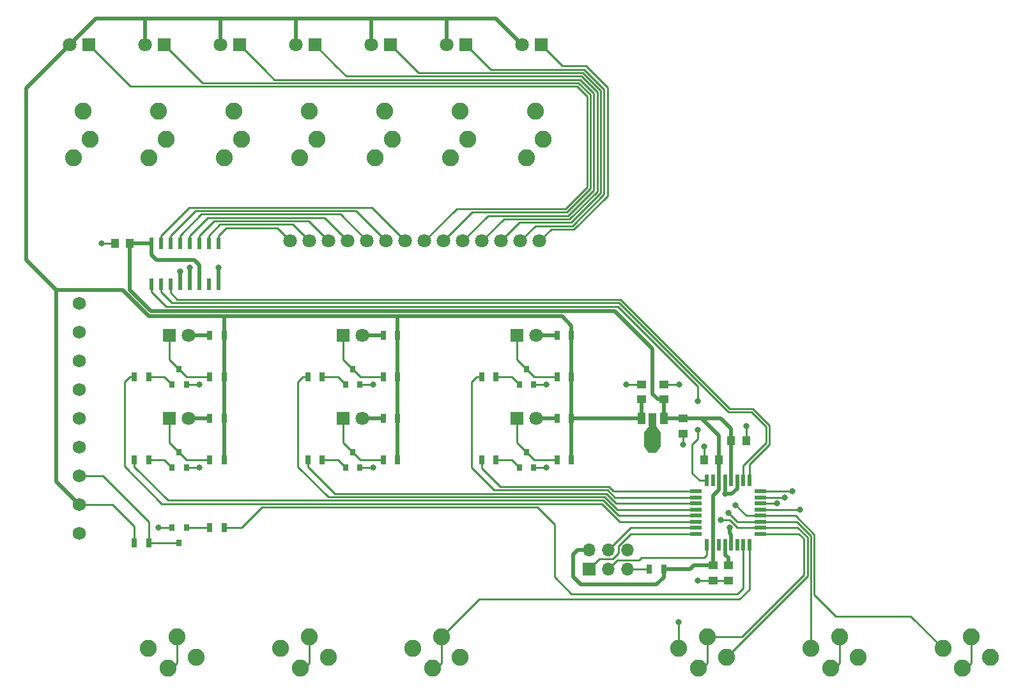
<source format=gtl>
G04 #@! TF.GenerationSoftware,KiCad,Pcbnew,(5.1.7)-1*
G04 #@! TF.CreationDate,2022-05-13T22:16:47+02:00*
G04 #@! TF.ProjectId,Anzeige-Modul,416e7a65-6967-4652-9d4d-6f64756c2e6b,rev?*
G04 #@! TF.SameCoordinates,Original*
G04 #@! TF.FileFunction,Copper,L1,Top*
G04 #@! TF.FilePolarity,Positive*
%FSLAX46Y46*%
G04 Gerber Fmt 4.6, Leading zero omitted, Abs format (unit mm)*
G04 Created by KiCad (PCBNEW (5.1.7)-1) date 2022-05-13 22:16:47*
%MOMM*%
%LPD*%
G01*
G04 APERTURE LIST*
G04 #@! TA.AperFunction,ComponentPad*
%ADD10C,1.800000*%
G04 #@! TD*
G04 #@! TA.AperFunction,ComponentPad*
%ADD11C,1.750000*%
G04 #@! TD*
G04 #@! TA.AperFunction,ComponentPad*
%ADD12C,2.250000*%
G04 #@! TD*
G04 #@! TA.AperFunction,SMDPad,CuDef*
%ADD13R,1.000000X1.250000*%
G04 #@! TD*
G04 #@! TA.AperFunction,SMDPad,CuDef*
%ADD14R,0.600000X1.500000*%
G04 #@! TD*
G04 #@! TA.AperFunction,ComponentPad*
%ADD15R,1.800000X1.800000*%
G04 #@! TD*
G04 #@! TA.AperFunction,SMDPad,CuDef*
%ADD16R,0.800000X0.900000*%
G04 #@! TD*
G04 #@! TA.AperFunction,SMDPad,CuDef*
%ADD17R,1.250000X1.000000*%
G04 #@! TD*
G04 #@! TA.AperFunction,SMDPad,CuDef*
%ADD18R,0.700000X1.300000*%
G04 #@! TD*
G04 #@! TA.AperFunction,SMDPad,CuDef*
%ADD19R,0.550000X1.600000*%
G04 #@! TD*
G04 #@! TA.AperFunction,SMDPad,CuDef*
%ADD20R,1.600000X0.550000*%
G04 #@! TD*
G04 #@! TA.AperFunction,SMDPad,CuDef*
%ADD21C,0.100000*%
G04 #@! TD*
G04 #@! TA.AperFunction,SMDPad,CuDef*
%ADD22R,2.200000X1.840000*%
G04 #@! TD*
G04 #@! TA.AperFunction,SMDPad,CuDef*
%ADD23R,1.000000X1.500000*%
G04 #@! TD*
G04 #@! TA.AperFunction,SMDPad,CuDef*
%ADD24R,1.000000X1.800000*%
G04 #@! TD*
G04 #@! TA.AperFunction,ComponentPad*
%ADD25R,1.700000X1.700000*%
G04 #@! TD*
G04 #@! TA.AperFunction,ComponentPad*
%ADD26O,1.700000X1.700000*%
G04 #@! TD*
G04 #@! TA.AperFunction,ViaPad*
%ADD27C,0.800000*%
G04 #@! TD*
G04 #@! TA.AperFunction,Conductor*
%ADD28C,0.250000*%
G04 #@! TD*
G04 #@! TA.AperFunction,Conductor*
%ADD29C,0.500000*%
G04 #@! TD*
G04 APERTURE END LIST*
D10*
X82480000Y-49000000D03*
X79940000Y-49000000D03*
X77400000Y-49000000D03*
X74860000Y-49000000D03*
X72320000Y-49000000D03*
X69780000Y-49000000D03*
X67240000Y-49000000D03*
X64700000Y-49000000D03*
X62160000Y-49000000D03*
X59620000Y-49000000D03*
X57080000Y-49000000D03*
X54540000Y-49000000D03*
X52000000Y-49000000D03*
X85020000Y-49000000D03*
D11*
X24000000Y-57260000D03*
X24000000Y-61070000D03*
X24000000Y-64880000D03*
X24000000Y-68690000D03*
X24000000Y-72500000D03*
X24000000Y-76310000D03*
X24000000Y-80120000D03*
X24000000Y-83930000D03*
X24000000Y-87740000D03*
D12*
X83250000Y-38000000D03*
X85500000Y-35500000D03*
X84500000Y-31750000D03*
X73250000Y-38000000D03*
X75500000Y-35500000D03*
X74500000Y-31750000D03*
X63250000Y-38000000D03*
X65500000Y-35500000D03*
X64500000Y-31750000D03*
X53250000Y-38000000D03*
X55500000Y-35500000D03*
X54500000Y-31750000D03*
X43250000Y-38000000D03*
X45500000Y-35500000D03*
X44500000Y-31750000D03*
X33250000Y-38000000D03*
X35500000Y-35500000D03*
X34500000Y-31750000D03*
X23250000Y-38000000D03*
X25500000Y-35500000D03*
X24500000Y-31750000D03*
D13*
X28750000Y-49300000D03*
X30750000Y-49300000D03*
D14*
X33555000Y-54700000D03*
X34825000Y-54700000D03*
X36095000Y-54700000D03*
X37365000Y-54700000D03*
X38635000Y-54700000D03*
X39905000Y-54700000D03*
X41175000Y-54700000D03*
X42445000Y-54700000D03*
X42445000Y-49300000D03*
X41175000Y-49300000D03*
X39905000Y-49300000D03*
X38635000Y-49300000D03*
X37365000Y-49300000D03*
X36095000Y-49300000D03*
X34825000Y-49300000D03*
X33555000Y-49300000D03*
D15*
X85270000Y-23000000D03*
D10*
X82730000Y-23000000D03*
D15*
X75270000Y-23000000D03*
D10*
X72730000Y-23000000D03*
D15*
X65270000Y-23000000D03*
D10*
X62730000Y-23000000D03*
D15*
X55270000Y-23000000D03*
D10*
X52730000Y-23000000D03*
D15*
X45270000Y-23000000D03*
D10*
X42730000Y-23000000D03*
D15*
X35270000Y-23000000D03*
D10*
X32730000Y-23000000D03*
D15*
X25270000Y-23000000D03*
D10*
X22730000Y-23000000D03*
D16*
X38220000Y-87000000D03*
X36320000Y-87000000D03*
X37270000Y-89000000D03*
D12*
X39500000Y-104200000D03*
X35800000Y-105600000D03*
X33200000Y-103000000D03*
X37000000Y-101500000D03*
X57000000Y-104200000D03*
X53300000Y-105600000D03*
X50700000Y-103000000D03*
X54500000Y-101500000D03*
X74500000Y-104200000D03*
X70800000Y-105600000D03*
X68200000Y-103000000D03*
X72000000Y-101500000D03*
X109750000Y-104200000D03*
X106050000Y-105600000D03*
X103450000Y-103000000D03*
X107250000Y-101500000D03*
X144750000Y-104200000D03*
X141050000Y-105600000D03*
X138450000Y-103000000D03*
X142250000Y-101500000D03*
X127250000Y-104200000D03*
X123550000Y-105600000D03*
X120950000Y-103000000D03*
X124750000Y-101500000D03*
D17*
X108000000Y-94000000D03*
X108000000Y-92000000D03*
D13*
X106800000Y-78000000D03*
X108800000Y-78000000D03*
X112400000Y-75500000D03*
X110400000Y-75500000D03*
D17*
X104000000Y-74500000D03*
X104000000Y-72500000D03*
D18*
X101450000Y-92500000D03*
X99550000Y-92500000D03*
D17*
X110000000Y-92000000D03*
X110000000Y-94000000D03*
D19*
X112800000Y-80750000D03*
X112000000Y-80750000D03*
X111200000Y-80750000D03*
X110400000Y-80750000D03*
X109600000Y-80750000D03*
X108800000Y-80750000D03*
X108000000Y-80750000D03*
X107200000Y-80750000D03*
D20*
X105750000Y-82200000D03*
X105750000Y-83000000D03*
X105750000Y-83800000D03*
X105750000Y-84600000D03*
X105750000Y-85400000D03*
X105750000Y-86200000D03*
X105750000Y-87000000D03*
X105750000Y-87800000D03*
D19*
X107200000Y-89250000D03*
X108000000Y-89250000D03*
X108800000Y-89250000D03*
X109600000Y-89250000D03*
X110400000Y-89250000D03*
X111200000Y-89250000D03*
X112000000Y-89250000D03*
X112800000Y-89250000D03*
D20*
X114250000Y-87800000D03*
X114250000Y-87000000D03*
X114250000Y-86200000D03*
X114250000Y-85400000D03*
X114250000Y-84600000D03*
X114250000Y-83800000D03*
X114250000Y-83000000D03*
X114250000Y-82200000D03*
D15*
X36000000Y-61500000D03*
D10*
X38540000Y-61500000D03*
D15*
X59000000Y-61500000D03*
D10*
X61540000Y-61500000D03*
D15*
X82000000Y-61500000D03*
D10*
X84540000Y-61500000D03*
D15*
X36000000Y-72500000D03*
D10*
X38540000Y-72500000D03*
D15*
X59000000Y-72500000D03*
D10*
X61540000Y-72500000D03*
D15*
X82000000Y-72500000D03*
D10*
X84540000Y-72500000D03*
D18*
X41320000Y-61500000D03*
X43220000Y-61500000D03*
X64320000Y-61500000D03*
X66220000Y-61500000D03*
X87320000Y-61500000D03*
X89220000Y-61500000D03*
X41320000Y-72500000D03*
X43220000Y-72500000D03*
X64320000Y-72500000D03*
X66220000Y-72500000D03*
X87320000Y-72500000D03*
X89220000Y-72500000D03*
D16*
X36320000Y-68000000D03*
X38220000Y-68000000D03*
X37270000Y-66000000D03*
X59320000Y-68000000D03*
X61220000Y-68000000D03*
X60270000Y-66000000D03*
X82320000Y-68000000D03*
X84220000Y-68000000D03*
X83270000Y-66000000D03*
X36320000Y-79000000D03*
X38220000Y-79000000D03*
X37270000Y-77000000D03*
X59320000Y-79000000D03*
X61220000Y-79000000D03*
X60270000Y-77000000D03*
X82320000Y-79000000D03*
X84220000Y-79000000D03*
X83270000Y-77000000D03*
D18*
X41320000Y-67000000D03*
X43220000Y-67000000D03*
X64320000Y-67000000D03*
X66220000Y-67000000D03*
X87320000Y-67000000D03*
X89220000Y-67000000D03*
X41320000Y-78000000D03*
X43220000Y-78000000D03*
X64320000Y-78000000D03*
X66220000Y-78000000D03*
X89220000Y-78000000D03*
X87320000Y-78000000D03*
X31320000Y-67000000D03*
X33220000Y-67000000D03*
X54320000Y-67000000D03*
X56220000Y-67000000D03*
X77320000Y-67000000D03*
X79220000Y-67000000D03*
X31320000Y-78000000D03*
X33220000Y-78000000D03*
X54320000Y-78000000D03*
X56220000Y-78000000D03*
X77320000Y-78000000D03*
X79220000Y-78000000D03*
G04 #@! TA.AperFunction,SMDPad,CuDef*
D21*
G36*
X98900000Y-74403800D02*
G01*
X99600000Y-73403800D01*
X100400000Y-73403800D01*
X101100000Y-74403800D01*
X98900000Y-74403800D01*
G37*
G04 #@! TD.AperFunction*
D22*
X100000000Y-75313500D03*
D23*
X98500000Y-72500000D03*
D24*
X100000000Y-72646500D03*
D23*
X101500000Y-72500000D03*
G04 #@! TA.AperFunction,SMDPad,CuDef*
D21*
G36*
X101100000Y-76222000D02*
G01*
X100500000Y-77072000D01*
X99500000Y-77072000D01*
X98900000Y-76222000D01*
X101100000Y-76222000D01*
G37*
G04 #@! TD.AperFunction*
D25*
X91585000Y-92500000D03*
D26*
X91585000Y-89960000D03*
X94125000Y-92500000D03*
X94125000Y-89960000D03*
X96665000Y-92500000D03*
X96665000Y-89960000D03*
D18*
X43220000Y-87000000D03*
X41320000Y-87000000D03*
X31320000Y-89000000D03*
X33220000Y-89000000D03*
D17*
X98500000Y-68000000D03*
X98500000Y-70000000D03*
X101500000Y-68000000D03*
X101500000Y-70000000D03*
D27*
X100000000Y-72350000D03*
X100000000Y-73200000D03*
X100000000Y-74050000D03*
X100000000Y-74900000D03*
X100000000Y-75750000D03*
X100000000Y-76600000D03*
X85950000Y-79000000D03*
X85950000Y-68000000D03*
X39950000Y-68000000D03*
X39950000Y-79000000D03*
X62950000Y-68000000D03*
X62950000Y-79000000D03*
X34500000Y-87000000D03*
X106000000Y-94000000D03*
X110250000Y-87000000D03*
X109612653Y-82500000D03*
X106800000Y-76200000D03*
X112400000Y-73500000D03*
X104000000Y-76000000D03*
X103500000Y-68000000D03*
X96500000Y-68000000D03*
X37365000Y-53000000D03*
X42445000Y-52500000D03*
X38635000Y-52500000D03*
X27000000Y-49300000D03*
X119500000Y-84600000D03*
X103450000Y-99500000D03*
X109000000Y-86000000D03*
X110000000Y-85000000D03*
X111000000Y-84000000D03*
X118500000Y-82200000D03*
X117500000Y-83000000D03*
X116500000Y-83800000D03*
X106000000Y-70250000D03*
X106000000Y-74000000D03*
D28*
X24000000Y-80120000D02*
X27120000Y-80120000D01*
X33220000Y-86220000D02*
X33220000Y-89000000D01*
X27120000Y-80120000D02*
X33220000Y-86220000D01*
X37270000Y-89000000D02*
X33220000Y-89000000D01*
X39950000Y-79000000D02*
X38220000Y-79000000D01*
X39950000Y-68000000D02*
X38220000Y-68000000D01*
X62950000Y-68000000D02*
X61220000Y-68000000D01*
X62950000Y-79000000D02*
X61220000Y-79000000D01*
X85950000Y-79000000D02*
X84220000Y-79000000D01*
X85950000Y-68000000D02*
X84220000Y-68000000D01*
X36320000Y-87000000D02*
X34500000Y-87000000D01*
X110000000Y-94000000D02*
X106000000Y-94000000D01*
X106800000Y-78000000D02*
X106800000Y-76200000D01*
X112400000Y-75500000D02*
X112400000Y-73500000D01*
X104000000Y-74500000D02*
X104000000Y-76000000D01*
X101500000Y-68000000D02*
X103500000Y-68000000D01*
X98500000Y-68000000D02*
X96500000Y-68000000D01*
D29*
X110250000Y-87750000D02*
X110400000Y-87900000D01*
X110250000Y-87000000D02*
X110250000Y-87750000D01*
X110400000Y-89250000D02*
X110400000Y-87900000D01*
X109600000Y-82487347D02*
X109612653Y-82500000D01*
X109600000Y-80750000D02*
X109600000Y-82487347D01*
X111200000Y-81800000D02*
X110500000Y-82500000D01*
X111200000Y-80750000D02*
X111200000Y-81800000D01*
X110500000Y-82500000D02*
X109612653Y-82500000D01*
X37365000Y-54700000D02*
X37365000Y-53000000D01*
X38635000Y-54700000D02*
X38635000Y-52500000D01*
X42445000Y-54700000D02*
X42445000Y-52500000D01*
D28*
X28750000Y-49300000D02*
X27000000Y-49300000D01*
D29*
X43220000Y-61500000D02*
X43220000Y-78000000D01*
X66220000Y-61500000D02*
X66220000Y-78000000D01*
X89220000Y-61500000D02*
X89220000Y-78000000D01*
X66220000Y-61500000D02*
X66220000Y-59000000D01*
X89220000Y-72500000D02*
X98500000Y-72500000D01*
X98500000Y-70000000D02*
X98500000Y-72500000D01*
D28*
X24000000Y-83930000D02*
X28430000Y-83930000D01*
X31320000Y-86820000D02*
X31320000Y-89000000D01*
X28430000Y-83930000D02*
X31320000Y-86820000D01*
D29*
X32730000Y-23000000D02*
X32730000Y-19730000D01*
X42730000Y-23000000D02*
X42730000Y-19730000D01*
X62730000Y-23000000D02*
X62730000Y-19730000D01*
X72730000Y-23000000D02*
X72730000Y-19730000D01*
X52730000Y-23000000D02*
X52730000Y-19730000D01*
X43220000Y-59000000D02*
X43220000Y-61500000D01*
X89220000Y-60220000D02*
X88000000Y-59000000D01*
X89220000Y-61500000D02*
X89220000Y-60220000D01*
X88000000Y-59000000D02*
X43220000Y-59000000D01*
X26230000Y-19500000D02*
X22730000Y-23000000D01*
X79230000Y-19500000D02*
X26230000Y-19500000D01*
X82730000Y-23000000D02*
X79230000Y-19500000D01*
X33250000Y-59000000D02*
X43220000Y-59000000D01*
X29750000Y-55500000D02*
X21250000Y-55500000D01*
X29750000Y-55500000D02*
X33250000Y-59000000D01*
X17000000Y-28730000D02*
X22730000Y-23000000D01*
X17000000Y-51500000D02*
X17000000Y-28730000D01*
X21000000Y-55500000D02*
X17000000Y-51500000D01*
X21000000Y-80930000D02*
X21000000Y-55500000D01*
X24000000Y-83930000D02*
X21000000Y-80930000D01*
X21000000Y-55500000D02*
X29750000Y-55500000D01*
D28*
X30000000Y-67675001D02*
X30000000Y-78861409D01*
X30675001Y-67000000D02*
X30000000Y-67675001D01*
X31320000Y-67000000D02*
X30675001Y-67000000D01*
X34963651Y-83825060D02*
X30000000Y-78861409D01*
X36674940Y-83825060D02*
X34963651Y-83825060D01*
X36674940Y-83825060D02*
X93269292Y-83825060D01*
X95644232Y-86200000D02*
X93269292Y-83825060D01*
X105750000Y-86200000D02*
X95644232Y-86200000D01*
X53000000Y-67675001D02*
X53000000Y-78910001D01*
X53675001Y-67000000D02*
X53000000Y-67675001D01*
X54320000Y-67000000D02*
X53675001Y-67000000D01*
X57015039Y-82925040D02*
X53000000Y-78910001D01*
X58574960Y-82925040D02*
X57015039Y-82925040D01*
X58574960Y-82925040D02*
X93642092Y-82925040D01*
X95317052Y-84600000D02*
X93642092Y-82925040D01*
X105750000Y-84600000D02*
X95317052Y-84600000D01*
X76000000Y-67675001D02*
X76000000Y-79049999D01*
X76675001Y-67000000D02*
X76000000Y-67675001D01*
X77320000Y-67000000D02*
X76675001Y-67000000D01*
X78975021Y-82025020D02*
X76000000Y-79049999D01*
X80525020Y-82025020D02*
X78975021Y-82025020D01*
X80525020Y-82025020D02*
X94014892Y-82025020D01*
X94989872Y-83000000D02*
X94014892Y-82025020D01*
X105750000Y-83000000D02*
X94989872Y-83000000D01*
X31320000Y-78900000D02*
X31320000Y-78000000D01*
X35795050Y-83375050D02*
X31320000Y-78900000D01*
X36624950Y-83375050D02*
X35795050Y-83375050D01*
X93455692Y-83375050D02*
X36624950Y-83375050D01*
X95480642Y-85400000D02*
X93455692Y-83375050D01*
X105750000Y-85400000D02*
X95480642Y-85400000D01*
X54320000Y-78000000D02*
X54320000Y-78948592D01*
X57846438Y-82475030D02*
X54320000Y-78948592D01*
X59024970Y-82475030D02*
X57846438Y-82475030D01*
X59024970Y-82475030D02*
X93828492Y-82475030D01*
X95153462Y-83800000D02*
X93828492Y-82475030D01*
X105750000Y-83800000D02*
X95153462Y-83800000D01*
X77320000Y-78000000D02*
X77320000Y-79088590D01*
X79806420Y-81575010D02*
X77320000Y-79088590D01*
X81424990Y-81575010D02*
X79806420Y-81575010D01*
X81424990Y-81575010D02*
X94201292Y-81575010D01*
X94826282Y-82200000D02*
X94201292Y-81575010D01*
X105750000Y-82200000D02*
X94826282Y-82200000D01*
X96665000Y-92500000D02*
X99550000Y-92500000D01*
X114250000Y-84600000D02*
X119500000Y-84600000D01*
D29*
X101500000Y-70000000D02*
X101500000Y-72500000D01*
X108000000Y-89250000D02*
X108000000Y-92000000D01*
X105500000Y-92000000D02*
X108000000Y-92000000D01*
X101450000Y-92500000D02*
X105000000Y-92500000D01*
X105000000Y-92500000D02*
X105500000Y-92000000D01*
X101450000Y-93550000D02*
X101450000Y-92500000D01*
X100500000Y-94500000D02*
X101450000Y-93550000D01*
X89500000Y-93500000D02*
X90500000Y-94500000D01*
X90500000Y-94500000D02*
X100500000Y-94500000D01*
X89500000Y-90500000D02*
X89500000Y-93500000D01*
X90040000Y-89960000D02*
X89500000Y-90500000D01*
X91585000Y-89960000D02*
X90040000Y-89960000D01*
X108000000Y-89250000D02*
X108000000Y-83500000D01*
X101500000Y-72500000D02*
X104000000Y-72500000D01*
X110400000Y-80600000D02*
X110400000Y-75500000D01*
X110400000Y-80750000D02*
X110400000Y-80600000D01*
X108800000Y-80750000D02*
X108800000Y-78000000D01*
X106500000Y-72500000D02*
X108800000Y-74800000D01*
X108800000Y-74800000D02*
X108800000Y-78000000D01*
X104000000Y-72500000D02*
X106500000Y-72500000D01*
X109000000Y-72500000D02*
X110400000Y-73900000D01*
X110400000Y-73900000D02*
X110400000Y-75500000D01*
X106500000Y-72500000D02*
X109000000Y-72500000D01*
X108800000Y-80750000D02*
X108800000Y-81950000D01*
X108000000Y-82750000D02*
X108000000Y-83500000D01*
X108800000Y-81950000D02*
X108000000Y-82750000D01*
X39905000Y-54700000D02*
X39905000Y-52155000D01*
X39905000Y-52155000D02*
X39250000Y-51500000D01*
X39250000Y-51500000D02*
X34250000Y-51500000D01*
X33555000Y-50805000D02*
X33555000Y-49300000D01*
X34250000Y-51500000D02*
X33555000Y-50805000D01*
X33555000Y-49300000D02*
X30750000Y-49300000D01*
X100750000Y-70000000D02*
X101500000Y-70000000D01*
X100000000Y-69250000D02*
X100750000Y-70000000D01*
X100000000Y-63250000D02*
X100000000Y-69250000D01*
X95000000Y-58250000D02*
X100000000Y-63250000D01*
X33500000Y-58250000D02*
X95000000Y-58250000D01*
X30750000Y-55500000D02*
X33500000Y-58250000D01*
X30750000Y-49300000D02*
X30750000Y-55500000D01*
D28*
X107200000Y-90589998D02*
X107200000Y-89250000D01*
X106789998Y-91000000D02*
X107200000Y-90589998D01*
X98500000Y-91000000D02*
X106789998Y-91000000D01*
X98200000Y-91300000D02*
X98500000Y-91000000D01*
X95325000Y-91300000D02*
X98200000Y-91300000D01*
X94125000Y-92500000D02*
X95325000Y-91300000D01*
X97085000Y-87000000D02*
X94125000Y-89960000D01*
X105750000Y-87000000D02*
X97085000Y-87000000D01*
X94689001Y-91135001D02*
X92949999Y-91135001D01*
X95442999Y-90381003D02*
X94689001Y-91135001D01*
X95442999Y-89442999D02*
X95442999Y-90381003D01*
X92949999Y-91135001D02*
X92760001Y-91324999D01*
X97085998Y-87800000D02*
X95442999Y-89442999D01*
X92760001Y-91324999D02*
X91585000Y-92500000D01*
X105750000Y-87800000D02*
X97085998Y-87800000D01*
X43220000Y-87000000D02*
X45500000Y-87000000D01*
X45500000Y-87000000D02*
X48224930Y-84275070D01*
X112000000Y-89250000D02*
X112000000Y-95000000D01*
X112000000Y-95000000D02*
X111250000Y-95750000D01*
X111250000Y-95750000D02*
X89250000Y-95750000D01*
X89250000Y-95750000D02*
X87000000Y-93500000D01*
X87000000Y-86550140D02*
X84724930Y-84275070D01*
X87000000Y-93500000D02*
X87000000Y-86550140D01*
X48224930Y-84275070D02*
X84724930Y-84275070D01*
D29*
X109600000Y-89250000D02*
X109600000Y-90600000D01*
X110000000Y-91000000D02*
X110000000Y-92000000D01*
X109600000Y-90600000D02*
X110000000Y-91000000D01*
D28*
X36000000Y-64730000D02*
X37270000Y-66000000D01*
X36000000Y-61500000D02*
X36000000Y-64730000D01*
X38270000Y-67000000D02*
X37270000Y-66000000D01*
X41320000Y-67000000D02*
X38270000Y-67000000D01*
D29*
X38540000Y-61500000D02*
X41320000Y-61500000D01*
D28*
X35320000Y-67000000D02*
X36320000Y-68000000D01*
X33220000Y-67000000D02*
X35320000Y-67000000D01*
X58320000Y-67000000D02*
X59320000Y-68000000D01*
X56220000Y-67000000D02*
X58320000Y-67000000D01*
X81320000Y-67000000D02*
X82320000Y-68000000D01*
X79220000Y-67000000D02*
X81320000Y-67000000D01*
X35320000Y-78000000D02*
X36320000Y-79000000D01*
X33220000Y-78000000D02*
X35320000Y-78000000D01*
X58320000Y-78000000D02*
X59320000Y-79000000D01*
X56220000Y-78000000D02*
X58320000Y-78000000D01*
X81320000Y-78000000D02*
X82320000Y-79000000D01*
X79220000Y-78000000D02*
X81320000Y-78000000D01*
X38220000Y-87000000D02*
X41320000Y-87000000D01*
X59000000Y-64730000D02*
X60270000Y-66000000D01*
X59000000Y-61500000D02*
X59000000Y-64730000D01*
X61270000Y-67000000D02*
X60270000Y-66000000D01*
X64320000Y-67000000D02*
X61270000Y-67000000D01*
D29*
X61540000Y-61500000D02*
X64320000Y-61500000D01*
D28*
X82000000Y-64730000D02*
X83270000Y-66000000D01*
X82000000Y-61500000D02*
X82000000Y-64730000D01*
X84270000Y-67000000D02*
X83270000Y-66000000D01*
X87320000Y-67000000D02*
X84270000Y-67000000D01*
D29*
X84540000Y-61500000D02*
X87320000Y-61500000D01*
D28*
X36000000Y-75730000D02*
X37270000Y-77000000D01*
X36000000Y-72500000D02*
X36000000Y-75730000D01*
X38270000Y-78000000D02*
X37270000Y-77000000D01*
X41320000Y-78000000D02*
X38270000Y-78000000D01*
D29*
X38540000Y-72500000D02*
X41320000Y-72500000D01*
D28*
X59000000Y-75730000D02*
X60270000Y-77000000D01*
X59000000Y-72500000D02*
X59000000Y-75730000D01*
X61270000Y-78000000D02*
X60270000Y-77000000D01*
X64320000Y-78000000D02*
X61270000Y-78000000D01*
D29*
X61540000Y-72500000D02*
X64320000Y-72500000D01*
D28*
X82000000Y-75730000D02*
X83270000Y-77000000D01*
X82000000Y-72500000D02*
X82000000Y-75730000D01*
X84270000Y-78000000D02*
X83270000Y-77000000D01*
X87320000Y-78000000D02*
X84270000Y-78000000D01*
D29*
X84540000Y-72500000D02*
X87320000Y-72500000D01*
D28*
X103450000Y-103000000D02*
X103450000Y-99500000D01*
X120500000Y-93450000D02*
X109750000Y-104200000D01*
X120500000Y-88272820D02*
X120500000Y-93450000D01*
X119227180Y-87000000D02*
X120500000Y-88272820D01*
X114250000Y-87000000D02*
X119227180Y-87000000D01*
X114250000Y-87000000D02*
X111250000Y-87000000D01*
X110250000Y-86000000D02*
X109000000Y-86000000D01*
X111250000Y-87000000D02*
X110250000Y-86000000D01*
X37000000Y-104900000D02*
X35800000Y-106100000D01*
X37000000Y-102000000D02*
X37000000Y-104900000D01*
X54500000Y-104900000D02*
X53300000Y-106100000D01*
X54500000Y-102000000D02*
X54500000Y-104900000D01*
X72000000Y-104900000D02*
X70800000Y-106100000D01*
X72000000Y-102000000D02*
X72000000Y-104900000D01*
X112800000Y-93950000D02*
X112800000Y-89250000D01*
X112800000Y-95200000D02*
X112800000Y-93950000D01*
X111500000Y-96500000D02*
X112800000Y-95200000D01*
X77000000Y-96500000D02*
X111500000Y-96500000D01*
X72000000Y-101500000D02*
X77000000Y-96500000D01*
X120950000Y-103000000D02*
X120950000Y-89300000D01*
X114250000Y-86200000D02*
X119063590Y-86200000D01*
X120950000Y-88086410D02*
X120950000Y-89300000D01*
X119063590Y-86200000D02*
X120950000Y-88086410D01*
X111200000Y-86200000D02*
X110000000Y-85000000D01*
X114250000Y-86200000D02*
X111200000Y-86200000D01*
X134200000Y-98750000D02*
X138450000Y-103000000D01*
X124300020Y-98750000D02*
X134200000Y-98750000D01*
X121400010Y-95849990D02*
X124300020Y-98750000D01*
X121400010Y-87900010D02*
X121400010Y-95849990D01*
X118900000Y-85400000D02*
X121400010Y-87900010D01*
X114250000Y-85400000D02*
X118900000Y-85400000D01*
X112400000Y-85400000D02*
X111000000Y-84000000D01*
X114250000Y-85400000D02*
X112400000Y-85400000D01*
X107250000Y-104900000D02*
X106050000Y-106100000D01*
X107250000Y-102000000D02*
X107250000Y-104900000D01*
X124750000Y-104900000D02*
X123550000Y-106100000D01*
X124750000Y-102000000D02*
X124750000Y-104900000D01*
X142250000Y-104900000D02*
X141050000Y-106100000D01*
X142250000Y-102000000D02*
X142250000Y-104900000D01*
X111813590Y-101500000D02*
X107250000Y-101500000D01*
X120049990Y-93263600D02*
X111813590Y-101500000D01*
X120049990Y-88459220D02*
X120049990Y-93263600D01*
X119390770Y-87800000D02*
X120049990Y-88459220D01*
X114250000Y-87800000D02*
X119390770Y-87800000D01*
X114250000Y-82200000D02*
X118500000Y-82200000D01*
X114250000Y-83000000D02*
X117500000Y-83000000D01*
X114250000Y-83800000D02*
X116500000Y-83800000D01*
X67240000Y-49000000D02*
X62789944Y-44549944D01*
X34825000Y-48300000D02*
X34825000Y-49300000D01*
X38575056Y-44549944D02*
X34825000Y-48300000D01*
X62789944Y-44549944D02*
X38575056Y-44549944D01*
X29520050Y-27250050D02*
X25270000Y-23000000D01*
X90000000Y-28500000D02*
X30770000Y-28500000D01*
X91299940Y-29799940D02*
X90000000Y-28500000D01*
X30770000Y-28500000D02*
X29520050Y-27250050D01*
X91299940Y-41881600D02*
X91299940Y-29799940D01*
X88431590Y-44749950D02*
X91299940Y-41881600D01*
X74030050Y-44749950D02*
X88431590Y-44749950D01*
X69780000Y-49000000D02*
X74030050Y-44749950D01*
X39070040Y-26800040D02*
X35270000Y-23000000D01*
X88617990Y-45199960D02*
X91749950Y-42068000D01*
X76120040Y-45199960D02*
X72320000Y-49000000D01*
X88617990Y-45199960D02*
X76120040Y-45199960D01*
X91749950Y-30249950D02*
X91749949Y-29613539D01*
X91749950Y-42068000D02*
X91749950Y-30249950D01*
X91749949Y-29613539D02*
X90186400Y-28049990D01*
X87950010Y-28049990D02*
X40319990Y-28049990D01*
X40319990Y-28049990D02*
X39070040Y-26800040D01*
X90186400Y-28049990D02*
X87950010Y-28049990D01*
X87950010Y-28049990D02*
X87049990Y-28049990D01*
X48620030Y-26350030D02*
X45270000Y-23000000D01*
X49869980Y-27599980D02*
X48620030Y-26350030D01*
X90372800Y-27599980D02*
X49869980Y-27599980D01*
X92199960Y-42254400D02*
X92199960Y-29427140D01*
X88804390Y-45649970D02*
X92199960Y-42254400D01*
X92199960Y-29427140D02*
X90372800Y-27599980D01*
X78210030Y-45649970D02*
X88804390Y-45649970D01*
X74860000Y-49000000D02*
X78210030Y-45649970D01*
X58170020Y-25900020D02*
X55270000Y-23000000D01*
X59419970Y-27149970D02*
X58170020Y-25900020D01*
X90559200Y-27149970D02*
X59419970Y-27149970D01*
X92649969Y-29240739D02*
X90559200Y-27149970D01*
X92649970Y-42440800D02*
X92649969Y-29240739D01*
X88990790Y-46099980D02*
X92649970Y-42440800D01*
X80300020Y-46099980D02*
X88990790Y-46099980D01*
X77400000Y-49000000D02*
X80300020Y-46099980D01*
X68969960Y-26699960D02*
X65270000Y-23000000D01*
X90745600Y-26699960D02*
X68969960Y-26699960D01*
X93099978Y-29599978D02*
X93099978Y-29054338D01*
X93099978Y-29054338D02*
X90745600Y-26699960D01*
X93099980Y-42627200D02*
X93099980Y-29599980D01*
X89177190Y-46549990D02*
X93099980Y-42627200D01*
X93099980Y-29599980D02*
X93099978Y-29599978D01*
X82390010Y-46549990D02*
X89177190Y-46549990D01*
X79940000Y-49000000D02*
X82390010Y-46549990D01*
X78519950Y-26249950D02*
X75270000Y-23000000D01*
X90932000Y-26249950D02*
X78519950Y-26249950D01*
X93549988Y-29049988D02*
X93549987Y-28867937D01*
X93549990Y-29049990D02*
X93549988Y-29049988D01*
X93549987Y-28867937D02*
X90932000Y-26249950D01*
X93549990Y-42813600D02*
X93549990Y-29049990D01*
X84480000Y-47000000D02*
X89363590Y-47000000D01*
X89363590Y-47000000D02*
X93549990Y-42813600D01*
X82480000Y-49000000D02*
X84480000Y-47000000D01*
X64700000Y-49000000D02*
X60699952Y-44999952D01*
X36095000Y-48300000D02*
X36095000Y-49300000D01*
X39395047Y-44999953D02*
X36095000Y-48300000D01*
X60699952Y-44999952D02*
X39395047Y-44999953D01*
X91118400Y-25799940D02*
X88069940Y-25799940D01*
X93999999Y-28681539D02*
X91118400Y-25799940D01*
X88069940Y-25799940D02*
X85270000Y-23000000D01*
X94000000Y-43000000D02*
X93999999Y-28681539D01*
X89549990Y-47450010D02*
X94000000Y-43000000D01*
X86569990Y-47450010D02*
X89549990Y-47450010D01*
X85020000Y-49000000D02*
X86569990Y-47450010D01*
X52000000Y-49000000D02*
X50250000Y-47250000D01*
X50250000Y-47250000D02*
X43500000Y-47250000D01*
X42445000Y-48305000D02*
X42445000Y-49300000D01*
X43500000Y-47250000D02*
X42445000Y-48305000D01*
X52339990Y-46799990D02*
X54540000Y-49000000D01*
X42675010Y-46799990D02*
X52339990Y-46799990D01*
X41175000Y-48300000D02*
X42675010Y-46799990D01*
X41175000Y-49300000D02*
X41175000Y-48300000D01*
X39905000Y-48300000D02*
X41855020Y-46349980D01*
X39905000Y-49300000D02*
X39905000Y-48300000D01*
X54429980Y-46349980D02*
X57080000Y-49000000D01*
X41855020Y-46349980D02*
X54429980Y-46349980D01*
X59620000Y-49000000D02*
X56519970Y-45899970D01*
X38635000Y-48300000D02*
X38635000Y-49300000D01*
X41035029Y-45899971D02*
X38635000Y-48300000D01*
X56519970Y-45899970D02*
X41035029Y-45899971D01*
X62160000Y-49000000D02*
X58609960Y-45449962D01*
X37365000Y-48300000D02*
X37365000Y-49300000D01*
X40215038Y-45449962D02*
X37365000Y-48300000D01*
X58609960Y-45449962D02*
X40215038Y-45449962D01*
X33555000Y-55700000D02*
X35505020Y-57650020D01*
X33555000Y-54700000D02*
X33555000Y-55700000D01*
X35505020Y-57650020D02*
X91400020Y-57650020D01*
X91400020Y-57650020D02*
X95377200Y-57650020D01*
X95377200Y-57650020D02*
X106000000Y-68272820D01*
X106000000Y-68272820D02*
X106000000Y-70250000D01*
X106000000Y-74000000D02*
X106000000Y-75250000D01*
X106000000Y-75250000D02*
X105250000Y-76000000D01*
X105250000Y-76000000D02*
X105250000Y-79750000D01*
X106250000Y-80750000D02*
X107200000Y-80750000D01*
X105250000Y-79750000D02*
X106250000Y-80750000D01*
X115000000Y-75750000D02*
X112000000Y-78750000D01*
X115000000Y-73636410D02*
X115000000Y-75750000D01*
X110063600Y-71700010D02*
X113063600Y-71700010D01*
X95563600Y-57200010D02*
X110063600Y-71700010D01*
X112000000Y-78750000D02*
X112000000Y-80750000D01*
X36325010Y-57200010D02*
X95563600Y-57200010D01*
X34825000Y-55700000D02*
X36325010Y-57200010D01*
X113063600Y-71700010D02*
X115000000Y-73636410D01*
X34825000Y-54700000D02*
X34825000Y-55700000D01*
X110250000Y-71250000D02*
X113250000Y-71250000D01*
X95750000Y-56750000D02*
X110250000Y-71250000D01*
X37000000Y-56750000D02*
X95750000Y-56750000D01*
X36095000Y-55845000D02*
X37000000Y-56750000D01*
X36095000Y-54700000D02*
X36095000Y-55845000D01*
X112800000Y-80750000D02*
X112800000Y-78586410D01*
X112800000Y-78586410D02*
X115450010Y-75936400D01*
X115450009Y-73450009D02*
X113250000Y-71250000D01*
X115450010Y-75936400D02*
X115450009Y-73450009D01*
M02*

</source>
